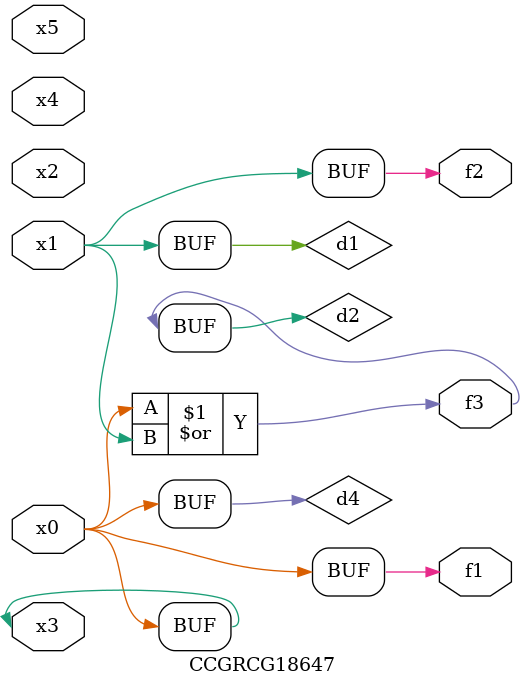
<source format=v>
module CCGRCG18647(
	input x0, x1, x2, x3, x4, x5,
	output f1, f2, f3
);

	wire d1, d2, d3, d4;

	and (d1, x1);
	or (d2, x0, x1);
	nand (d3, x0, x5);
	buf (d4, x0, x3);
	assign f1 = d4;
	assign f2 = d1;
	assign f3 = d2;
endmodule

</source>
